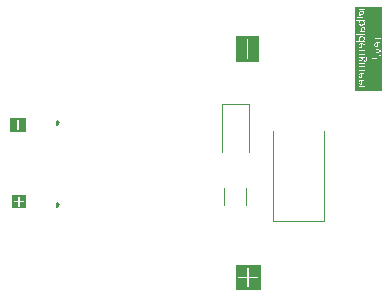
<source format=gbr>
%TF.GenerationSoftware,KiCad,Pcbnew,8.0.1*%
%TF.CreationDate,2024-04-06T18:31:26-05:00*%
%TF.ProjectId,Banana to Screw Terminal,42616e61-6e61-4207-946f-205363726577,2*%
%TF.SameCoordinates,Original*%
%TF.FileFunction,Legend,Bot*%
%TF.FilePolarity,Positive*%
%FSLAX46Y46*%
G04 Gerber Fmt 4.6, Leading zero omitted, Abs format (unit mm)*
G04 Created by KiCad (PCBNEW 8.0.1) date 2024-04-06 18:31:26*
%MOMM*%
%LPD*%
G01*
G04 APERTURE LIST*
%ADD10C,0.150000*%
%ADD11C,0.120000*%
G04 APERTURE END LIST*
G36*
X127750000Y-95650000D02*
G01*
X129050000Y-95650000D01*
X129050000Y-95750000D01*
X127750000Y-95750000D01*
X127750000Y-95650000D01*
G37*
G36*
X127750000Y-96750000D02*
G01*
X129050000Y-96750000D01*
X129050000Y-96850000D01*
X127750000Y-96850000D01*
X127750000Y-96750000D01*
G37*
D10*
X131725000Y-95925000D02*
X131725000Y-96275000D01*
X131725000Y-95950000D02*
X131725000Y-95925000D01*
X131725000Y-103175000D02*
X131900000Y-103000000D01*
X131725000Y-96275000D02*
X131900000Y-96100000D01*
X131725000Y-95925000D02*
X131900000Y-96100000D01*
X131725000Y-102825000D02*
X131725000Y-103175000D01*
G36*
X127750000Y-95675000D02*
G01*
X128200000Y-95675000D01*
X128200000Y-96825000D01*
X127750000Y-96825000D01*
X127750000Y-95675000D01*
G37*
G36*
X146850000Y-88750000D02*
G01*
X147550000Y-88750000D01*
X147550000Y-90900000D01*
X146850000Y-90900000D01*
X146850000Y-88750000D01*
G37*
G36*
X128550000Y-95675000D02*
G01*
X129050000Y-95675000D01*
X129050000Y-96825000D01*
X128550000Y-96825000D01*
X128550000Y-95675000D01*
G37*
X131725000Y-102850000D02*
X131725000Y-102825000D01*
G36*
X148100000Y-88750000D02*
G01*
X148800000Y-88750000D01*
X148800000Y-90900000D01*
X148100000Y-90900000D01*
X148100000Y-88750000D01*
G37*
G36*
X146850000Y-90700000D02*
G01*
X148750000Y-90700000D01*
X148750000Y-90900000D01*
X146850000Y-90900000D01*
X146850000Y-90700000D01*
G37*
G36*
X146850000Y-88750000D02*
G01*
X148750000Y-88750000D01*
X148750000Y-88950000D01*
X146850000Y-88950000D01*
X146850000Y-88750000D01*
G37*
X131725000Y-102825000D02*
X131900000Y-103000000D01*
G36*
X148958601Y-110215724D02*
G01*
X146843230Y-110215724D01*
X146843230Y-109172670D01*
X147065452Y-109172670D01*
X147076651Y-109199706D01*
X147097343Y-109220398D01*
X147124379Y-109231597D01*
X147139011Y-109233038D01*
X147826698Y-109232393D01*
X147827356Y-109934575D01*
X147838555Y-109961611D01*
X147859247Y-109982303D01*
X147886283Y-109993502D01*
X147915547Y-109993502D01*
X147942583Y-109982303D01*
X147963275Y-109961611D01*
X147974474Y-109934575D01*
X147975915Y-109919943D01*
X147975270Y-109232254D01*
X148677452Y-109231597D01*
X148704488Y-109220398D01*
X148725180Y-109199706D01*
X148736379Y-109172670D01*
X148736379Y-109143406D01*
X148725180Y-109116370D01*
X148704488Y-109095678D01*
X148677452Y-109084479D01*
X148662820Y-109083038D01*
X147975131Y-109083682D01*
X147974474Y-108381501D01*
X147963275Y-108354465D01*
X147942583Y-108333773D01*
X147915547Y-108322574D01*
X147886283Y-108322574D01*
X147859247Y-108333773D01*
X147838555Y-108354465D01*
X147827356Y-108381501D01*
X147825915Y-108396133D01*
X147826559Y-109083821D01*
X147124379Y-109084479D01*
X147097343Y-109095678D01*
X147076651Y-109116370D01*
X147065452Y-109143406D01*
X147065452Y-109172670D01*
X146843230Y-109172670D01*
X146843230Y-108100352D01*
X148958601Y-108100352D01*
X148958601Y-110215724D01*
G37*
G36*
X148136288Y-90881506D02*
G01*
X147541844Y-90881506D01*
X147541844Y-89061916D01*
X147764066Y-89061916D01*
X147765507Y-90600357D01*
X147776706Y-90627393D01*
X147797398Y-90648085D01*
X147824434Y-90659284D01*
X147853698Y-90659284D01*
X147880734Y-90648085D01*
X147901426Y-90627393D01*
X147912625Y-90600357D01*
X147914066Y-90585725D01*
X147912625Y-89047284D01*
X147901426Y-89020248D01*
X147880734Y-88999556D01*
X147853698Y-88988357D01*
X147824434Y-88988357D01*
X147797398Y-88999556D01*
X147776706Y-89020248D01*
X147765507Y-89047284D01*
X147764066Y-89061916D01*
X147541844Y-89061916D01*
X147541844Y-88766135D01*
X148136288Y-88766135D01*
X148136288Y-90881506D01*
G37*
G36*
X157452990Y-92752936D02*
G01*
X157413804Y-92750619D01*
X157374237Y-92738822D01*
X157347477Y-92721477D01*
X157322681Y-92689167D01*
X157311012Y-92649898D01*
X157309180Y-92622803D01*
X157314313Y-92582311D01*
X157321099Y-92563989D01*
X157343374Y-92530687D01*
X157352752Y-92521589D01*
X157385799Y-92500376D01*
X157398475Y-92495210D01*
X157437144Y-92486148D01*
X157452990Y-92484855D01*
X157452990Y-92752936D01*
G37*
G36*
X157452990Y-92195671D02*
G01*
X157413804Y-92193355D01*
X157374237Y-92181558D01*
X157347477Y-92164213D01*
X157322681Y-92131903D01*
X157311012Y-92092633D01*
X157309180Y-92065538D01*
X157314313Y-92025047D01*
X157321099Y-92006725D01*
X157343374Y-91973422D01*
X157352752Y-91964324D01*
X157385799Y-91943112D01*
X157398475Y-91937946D01*
X157437144Y-91928883D01*
X157452990Y-91927590D01*
X157452990Y-92195671D01*
G37*
G36*
X157868764Y-90541515D02*
G01*
X157884811Y-90563543D01*
X157897367Y-90600803D01*
X157902532Y-90641433D01*
X157903178Y-90664757D01*
X157900917Y-90704757D01*
X157895167Y-90733731D01*
X157879735Y-90770525D01*
X157874260Y-90778476D01*
X157844169Y-90802901D01*
X157808803Y-90810326D01*
X157770950Y-90796800D01*
X157760150Y-90784143D01*
X157745379Y-90746739D01*
X157741782Y-90713605D01*
X157737484Y-90585622D01*
X157763471Y-90556704D01*
X157786723Y-90538923D01*
X157808803Y-90529739D01*
X157831273Y-90527395D01*
X157868764Y-90541515D01*
G37*
G36*
X157454472Y-90560456D02*
G01*
X157488747Y-90582105D01*
X157509634Y-90617872D01*
X157515490Y-90656767D01*
X157515516Y-90659872D01*
X157510098Y-90698728D01*
X157507309Y-90706376D01*
X157484644Y-90739202D01*
X157451231Y-90758351D01*
X157411762Y-90764799D01*
X157371055Y-90758702D01*
X157336339Y-90737053D01*
X157315969Y-90703445D01*
X157309286Y-90664421D01*
X157309180Y-90658113D01*
X157315161Y-90618469D01*
X157317581Y-90612196D01*
X157340833Y-90579760D01*
X157374832Y-90560612D01*
X157413583Y-90554365D01*
X157414888Y-90554359D01*
X157454472Y-90560456D01*
G37*
G36*
X157452990Y-89678211D02*
G01*
X157413804Y-89675895D01*
X157374237Y-89664098D01*
X157347477Y-89646753D01*
X157322681Y-89614443D01*
X157311012Y-89575173D01*
X157309180Y-89548079D01*
X157314313Y-89507587D01*
X157321099Y-89489265D01*
X157343374Y-89455962D01*
X157352752Y-89446864D01*
X157385799Y-89425652D01*
X157398475Y-89420486D01*
X157437144Y-89411423D01*
X157452990Y-89410130D01*
X157452990Y-89678211D01*
G37*
G36*
X158796990Y-89578952D02*
G01*
X158757804Y-89576635D01*
X158718237Y-89564838D01*
X158691477Y-89547493D01*
X158666681Y-89515183D01*
X158655012Y-89475914D01*
X158653180Y-89448819D01*
X158658313Y-89408327D01*
X158665099Y-89390005D01*
X158687374Y-89356703D01*
X158696752Y-89347605D01*
X158729799Y-89326392D01*
X158742475Y-89321227D01*
X158781144Y-89312164D01*
X158796990Y-89310871D01*
X158796990Y-89578952D01*
G37*
G36*
X157548316Y-88823202D02*
G01*
X157582732Y-88827269D01*
X157620925Y-88836522D01*
X157647212Y-88847395D01*
X157679345Y-88870155D01*
X157692348Y-88885301D01*
X157707338Y-88921549D01*
X157709347Y-88944701D01*
X157704462Y-88979481D01*
X157687658Y-89013871D01*
X157662867Y-89044659D01*
X157657177Y-89050605D01*
X157627321Y-89078219D01*
X157611064Y-89091442D01*
X157410785Y-89091442D01*
X157379012Y-89064102D01*
X157351599Y-89035290D01*
X157339856Y-89020123D01*
X157321538Y-88985148D01*
X157315432Y-88948609D01*
X157321996Y-88909255D01*
X157332236Y-88889600D01*
X157360152Y-88860710D01*
X157376200Y-88850326D01*
X157413218Y-88834725D01*
X157438140Y-88828441D01*
X157477419Y-88822912D01*
X157508482Y-88821603D01*
X157548316Y-88823202D01*
G37*
G36*
X157671812Y-88034372D02*
G01*
X157692934Y-88050186D01*
X157711859Y-88086078D01*
X157715600Y-88118574D01*
X157709262Y-88159176D01*
X157697623Y-88184813D01*
X157672912Y-88218082D01*
X157644445Y-88246805D01*
X157642131Y-88248902D01*
X157537400Y-88248902D01*
X157537400Y-88171330D01*
X157539673Y-88130457D01*
X157543848Y-88106460D01*
X157557315Y-88069322D01*
X157562411Y-88060933D01*
X157592110Y-88034164D01*
X157630376Y-88025770D01*
X157631775Y-88025762D01*
X157671812Y-88034372D01*
G37*
G36*
X157645768Y-87496139D02*
G01*
X157673181Y-87524969D01*
X157684923Y-87540012D01*
X157703241Y-87574743D01*
X157709347Y-87610940D01*
X157702783Y-87649622D01*
X157692543Y-87669167D01*
X157664358Y-87698141D01*
X157648189Y-87708441D01*
X157610987Y-87724042D01*
X157586249Y-87730326D01*
X157547251Y-87736013D01*
X157516493Y-87737360D01*
X157476201Y-87735705D01*
X157441657Y-87731498D01*
X157403429Y-87722341D01*
X157377372Y-87711372D01*
X157345411Y-87688612D01*
X157332431Y-87673466D01*
X157317092Y-87635685D01*
X157315432Y-87614848D01*
X157320512Y-87580067D01*
X157337316Y-87545483D01*
X157361969Y-87514833D01*
X157367602Y-87508944D01*
X157397559Y-87481683D01*
X157414106Y-87468497D01*
X157613995Y-87468497D01*
X157645768Y-87496139D01*
G37*
G36*
X157568616Y-86671370D02*
G01*
X157590938Y-86681254D01*
X157611403Y-86716435D01*
X157612431Y-86730688D01*
X157608133Y-86757457D01*
X157594455Y-86786571D01*
X157571344Y-86818129D01*
X157570422Y-86819202D01*
X157543693Y-86848521D01*
X157535055Y-86857499D01*
X157393004Y-86883878D01*
X157360834Y-86861333D01*
X157340052Y-86840891D01*
X157322833Y-86804657D01*
X157321685Y-86791065D01*
X157330832Y-86752806D01*
X157332822Y-86749251D01*
X157359178Y-86718568D01*
X157361350Y-86716815D01*
X157395373Y-86696021D01*
X157400819Y-86693564D01*
X157438913Y-86679911D01*
X157446151Y-86677932D01*
X157485602Y-86670025D01*
X157491092Y-86669335D01*
X157529584Y-86666795D01*
X157568616Y-86671370D01*
G37*
G36*
X159220394Y-93357470D02*
G01*
X156923291Y-93357470D01*
X156923291Y-93196481D01*
X157237274Y-93196481D01*
X157238056Y-93212698D01*
X157240987Y-93231651D01*
X157245872Y-93249432D01*
X157251343Y-93260765D01*
X157256618Y-93265064D01*
X157262871Y-93267018D01*
X157273813Y-93268190D01*
X157293548Y-93268581D01*
X157313674Y-93267995D01*
X157326374Y-93265650D01*
X157333408Y-93261547D01*
X157335949Y-93254708D01*
X157333408Y-93243961D01*
X157328524Y-93229698D01*
X157323834Y-93211917D01*
X157321685Y-93190423D01*
X157327547Y-93163459D01*
X157346500Y-93135713D01*
X157376142Y-93109213D01*
X157381475Y-93105231D01*
X157414234Y-93082944D01*
X157434818Y-93070060D01*
X157758000Y-93070060D01*
X157765425Y-93067911D01*
X157770701Y-93060681D01*
X157774023Y-93047004D01*
X157775000Y-93024534D01*
X157774023Y-93002454D01*
X157770701Y-92988386D01*
X157765425Y-92981351D01*
X157758000Y-92979397D01*
X157266779Y-92979397D01*
X157259354Y-92980961D01*
X157253883Y-92987604D01*
X157250561Y-93000305D01*
X157249780Y-93020626D01*
X157250561Y-93040751D01*
X157253883Y-93053061D01*
X157259354Y-93059314D01*
X157266779Y-93061268D01*
X157338293Y-93061268D01*
X157305533Y-93084503D01*
X157287882Y-93099370D01*
X157260890Y-93128174D01*
X157257205Y-93133173D01*
X157241573Y-93164827D01*
X157237274Y-93196481D01*
X156923291Y-93196481D01*
X156923291Y-92626711D01*
X157237274Y-92626711D01*
X157239885Y-92667936D01*
X157248604Y-92707077D01*
X157255837Y-92725776D01*
X157276030Y-92761024D01*
X157303721Y-92791524D01*
X157305662Y-92793187D01*
X157339661Y-92816048D01*
X157376504Y-92831092D01*
X157379131Y-92831875D01*
X157419986Y-92840710D01*
X157460442Y-92844076D01*
X157469403Y-92844185D01*
X157485621Y-92844185D01*
X157515907Y-92833438D01*
X157524895Y-92809014D01*
X157524895Y-92484855D01*
X157565732Y-92486906D01*
X157602271Y-92493061D01*
X157639733Y-92506664D01*
X157661475Y-92520416D01*
X157688908Y-92550686D01*
X157699382Y-92570437D01*
X157709968Y-92609496D01*
X157712473Y-92645859D01*
X157710260Y-92686770D01*
X157706807Y-92708386D01*
X157696813Y-92746902D01*
X157693715Y-92756062D01*
X157680819Y-92789083D01*
X157674958Y-92808623D01*
X157676912Y-92815266D01*
X157682773Y-92819956D01*
X157693715Y-92822496D01*
X157710715Y-92823277D01*
X157723415Y-92822691D01*
X157732990Y-92821324D01*
X157740415Y-92818588D01*
X157746863Y-92813703D01*
X157757023Y-92795922D01*
X157770090Y-92758899D01*
X157770505Y-92757430D01*
X157779518Y-92717789D01*
X157782229Y-92702719D01*
X157786763Y-92662282D01*
X157787505Y-92636481D01*
X157785473Y-92596346D01*
X157778622Y-92556619D01*
X157770310Y-92529600D01*
X157751952Y-92492227D01*
X157727311Y-92460464D01*
X157719117Y-92452419D01*
X157686077Y-92427981D01*
X157649503Y-92410513D01*
X157633925Y-92405134D01*
X157593194Y-92395489D01*
X157551754Y-92390559D01*
X157514930Y-92389307D01*
X157472147Y-92391246D01*
X157432457Y-92397065D01*
X157399061Y-92405720D01*
X157362571Y-92420091D01*
X157328002Y-92440310D01*
X157311524Y-92453201D01*
X157283282Y-92482853D01*
X157261473Y-92517443D01*
X157256423Y-92528232D01*
X157244025Y-92565694D01*
X157237948Y-92606639D01*
X157237405Y-92622803D01*
X157237274Y-92626711D01*
X156923291Y-92626711D01*
X156923291Y-92069446D01*
X157237274Y-92069446D01*
X157239885Y-92110671D01*
X157248604Y-92149813D01*
X157255837Y-92168511D01*
X157276030Y-92203759D01*
X157303721Y-92234259D01*
X157305662Y-92235922D01*
X157339661Y-92258783D01*
X157376504Y-92273827D01*
X157379131Y-92274610D01*
X157419986Y-92283446D01*
X157460442Y-92286812D01*
X157469403Y-92286920D01*
X157485621Y-92286920D01*
X157515907Y-92276173D01*
X157524895Y-92251749D01*
X157524895Y-91927590D01*
X157565732Y-91929642D01*
X157602271Y-91935797D01*
X157639733Y-91949399D01*
X157661475Y-91963152D01*
X157688908Y-91993422D01*
X157699382Y-92013173D01*
X157709968Y-92052232D01*
X157712473Y-92088595D01*
X157710260Y-92129506D01*
X157706807Y-92151121D01*
X157696813Y-92189637D01*
X157693715Y-92198797D01*
X157680819Y-92231819D01*
X157674958Y-92251358D01*
X157676912Y-92258002D01*
X157682773Y-92262691D01*
X157693715Y-92265231D01*
X157710715Y-92266013D01*
X157723415Y-92265427D01*
X157732990Y-92264059D01*
X157740415Y-92261324D01*
X157746863Y-92256439D01*
X157757023Y-92238658D01*
X157770090Y-92201634D01*
X157770505Y-92200165D01*
X157779518Y-92160524D01*
X157782229Y-92145455D01*
X157786763Y-92105017D01*
X157787505Y-92079216D01*
X157785473Y-92039082D01*
X157778622Y-91999354D01*
X157770310Y-91972335D01*
X157751952Y-91934962D01*
X157727311Y-91903199D01*
X157719117Y-91895155D01*
X157686077Y-91870717D01*
X157649503Y-91853248D01*
X157633925Y-91847869D01*
X157593194Y-91838225D01*
X157551754Y-91833294D01*
X157514930Y-91832042D01*
X157472147Y-91833982D01*
X157432457Y-91839800D01*
X157399061Y-91848455D01*
X157362571Y-91862826D01*
X157328002Y-91883045D01*
X157311524Y-91895936D01*
X157283282Y-91925589D01*
X157261473Y-91960178D01*
X157256423Y-91970968D01*
X157244025Y-92008429D01*
X157237948Y-92049374D01*
X157237405Y-92065538D01*
X157237274Y-92069446D01*
X156923291Y-92069446D01*
X156923291Y-91525273D01*
X157237274Y-91525273D01*
X157240491Y-91565633D01*
X157252044Y-91604248D01*
X157254078Y-91608511D01*
X157276569Y-91642459D01*
X157299019Y-91663222D01*
X157333702Y-91682971D01*
X157364867Y-91693117D01*
X157403570Y-91699709D01*
X157445735Y-91702220D01*
X157455530Y-91702300D01*
X157758000Y-91702300D01*
X157765425Y-91700151D01*
X157770701Y-91692922D01*
X157774023Y-91679244D01*
X157775000Y-91657164D01*
X157774023Y-91634694D01*
X157770701Y-91620821D01*
X157765425Y-91613787D01*
X157757805Y-91611638D01*
X157467058Y-91611638D01*
X157426695Y-91609763D01*
X157398866Y-91604994D01*
X157361409Y-91590200D01*
X157354120Y-91585650D01*
X157327343Y-91556726D01*
X157325397Y-91553019D01*
X157315675Y-91514797D01*
X157315432Y-91506711D01*
X157323098Y-91468304D01*
X157339661Y-91438518D01*
X157365200Y-91408096D01*
X157393996Y-91380949D01*
X157410785Y-91367004D01*
X157757805Y-91367004D01*
X157765425Y-91364855D01*
X157770701Y-91357625D01*
X157774023Y-91343947D01*
X157775000Y-91321477D01*
X157774023Y-91299397D01*
X157770701Y-91285329D01*
X157765425Y-91278295D01*
X157758000Y-91276341D01*
X157266779Y-91276341D01*
X157259354Y-91277904D01*
X157253883Y-91284548D01*
X157250561Y-91297248D01*
X157249780Y-91317569D01*
X157250561Y-91337695D01*
X157253883Y-91350005D01*
X157259354Y-91356257D01*
X157266779Y-91358211D01*
X157331650Y-91358211D01*
X157301160Y-91386912D01*
X157274956Y-91418117D01*
X157260136Y-91441449D01*
X157244508Y-91477978D01*
X157237475Y-91517365D01*
X157237274Y-91525273D01*
X156923291Y-91525273D01*
X156923291Y-91065706D01*
X157040317Y-91065706D01*
X157047798Y-91104175D01*
X157051650Y-91109279D01*
X157090588Y-91121151D01*
X157094441Y-91121198D01*
X157133099Y-91113200D01*
X157138210Y-91109083D01*
X157149636Y-91070437D01*
X157149728Y-91065120D01*
X157249780Y-91065120D01*
X157250952Y-91087590D01*
X157254274Y-91101268D01*
X157259745Y-91108497D01*
X157266779Y-91110647D01*
X157758000Y-91110647D01*
X157765425Y-91108497D01*
X157770701Y-91101268D01*
X157774023Y-91087590D01*
X157775000Y-91065120D01*
X157774023Y-91043040D01*
X157770701Y-91028972D01*
X157765425Y-91021938D01*
X157758000Y-91019984D01*
X157266779Y-91019984D01*
X157259745Y-91021938D01*
X157254274Y-91028972D01*
X157250952Y-91043040D01*
X157249780Y-91065120D01*
X157149728Y-91065120D01*
X157149738Y-91064534D01*
X157142256Y-91025936D01*
X157138405Y-91020765D01*
X157099467Y-91009087D01*
X157095614Y-91009042D01*
X157057085Y-91017039D01*
X157052041Y-91021156D01*
X157040420Y-91059803D01*
X157040317Y-91065706D01*
X156923291Y-91065706D01*
X156923291Y-90659872D01*
X157237274Y-90659872D01*
X157240194Y-90699428D01*
X157240596Y-90701882D01*
X157249780Y-90738421D01*
X157249780Y-90887897D01*
X157259159Y-90901770D01*
X157287491Y-90906460D01*
X157316018Y-90901184D01*
X157324811Y-90887897D01*
X157324811Y-90816969D01*
X157356920Y-90840475D01*
X157365062Y-90843738D01*
X157403573Y-90851363D01*
X157410980Y-90851554D01*
X157450938Y-90848086D01*
X157486011Y-90837681D01*
X157521084Y-90817237D01*
X157541113Y-90798407D01*
X157564076Y-90764798D01*
X157575502Y-90737834D01*
X157584802Y-90698314D01*
X157587421Y-90659872D01*
X157583727Y-90619614D01*
X157579605Y-90602231D01*
X157564007Y-90566222D01*
X157559675Y-90560221D01*
X157583513Y-90544003D01*
X157614190Y-90537751D01*
X157647993Y-90555531D01*
X157659063Y-90585622D01*
X157661587Y-90592482D01*
X157662452Y-90603208D01*
X157667923Y-90732363D01*
X157671777Y-90771773D01*
X157678279Y-90799774D01*
X157693699Y-90836676D01*
X157704462Y-90853117D01*
X157732936Y-90880450D01*
X157746277Y-90888288D01*
X157784007Y-90899748D01*
X157803722Y-90900989D01*
X157843552Y-90895960D01*
X157869375Y-90886725D01*
X157903744Y-90864414D01*
X157924085Y-90842956D01*
X157945237Y-90809544D01*
X157960541Y-90770767D01*
X157961406Y-90767925D01*
X157970261Y-90728193D01*
X157974429Y-90686652D01*
X157975083Y-90660263D01*
X157973627Y-90617893D01*
X157968763Y-90577573D01*
X157964727Y-90558267D01*
X157952662Y-90520019D01*
X157937897Y-90491443D01*
X158393696Y-90491443D01*
X158396115Y-90531227D01*
X158404916Y-90571841D01*
X158408351Y-90581715D01*
X158425692Y-90617228D01*
X158448406Y-90646000D01*
X158479641Y-90670716D01*
X158507611Y-90684297D01*
X158546842Y-90694567D01*
X158579321Y-90696998D01*
X158620089Y-90694862D01*
X158647904Y-90690940D01*
X158685627Y-90680700D01*
X158721568Y-90665344D01*
X158757861Y-90644918D01*
X158791768Y-90622112D01*
X158809690Y-90608875D01*
X158841408Y-90583550D01*
X158872400Y-90556711D01*
X158901896Y-90529637D01*
X158921260Y-90511178D01*
X159037715Y-90398631D01*
X159037715Y-90707940D01*
X159040256Y-90716537D01*
X159047876Y-90723571D01*
X159060381Y-90728065D01*
X159077771Y-90729433D01*
X159095552Y-90728065D01*
X159108644Y-90724157D01*
X159116459Y-90717514D01*
X159119000Y-90708526D01*
X159119000Y-90315588D01*
X159117046Y-90302106D01*
X159110793Y-90292141D01*
X159097897Y-90286083D01*
X159077381Y-90284325D01*
X159058036Y-90285106D01*
X159043187Y-90288624D01*
X159030486Y-90295462D01*
X159016808Y-90306209D01*
X158872217Y-90444157D01*
X158841270Y-90472207D01*
X158809654Y-90498742D01*
X158780577Y-90520752D01*
X158746399Y-90543512D01*
X158710727Y-90563296D01*
X158706522Y-90565302D01*
X158669049Y-90580076D01*
X158645950Y-90585818D01*
X158606896Y-90590581D01*
X158594757Y-90590899D01*
X158555327Y-90584915D01*
X158550011Y-90583083D01*
X158515902Y-90563494D01*
X158512886Y-90560808D01*
X158489302Y-90528342D01*
X158487485Y-90524269D01*
X158478555Y-90486020D01*
X158478106Y-90473857D01*
X158482152Y-90434595D01*
X158488462Y-90413676D01*
X158504985Y-90377442D01*
X158510933Y-90366977D01*
X158532754Y-90334218D01*
X158533403Y-90333369D01*
X158543759Y-90313439D01*
X158541414Y-90306404D01*
X158533989Y-90301520D01*
X158520116Y-90298393D01*
X158499404Y-90297416D01*
X158484359Y-90298003D01*
X158473417Y-90299956D01*
X158464819Y-90303474D01*
X158454659Y-90312266D01*
X158438246Y-90335127D01*
X158419603Y-90371262D01*
X158417729Y-90375769D01*
X158404840Y-90413403D01*
X158400730Y-90429503D01*
X158394527Y-90469490D01*
X158393696Y-90491443D01*
X157937897Y-90491443D01*
X157936786Y-90489293D01*
X157909281Y-90459412D01*
X157894581Y-90450409D01*
X157856969Y-90439253D01*
X157841043Y-90438295D01*
X157805676Y-90442594D01*
X157773046Y-90456076D01*
X157743346Y-90478742D01*
X157716271Y-90508714D01*
X157715404Y-90509809D01*
X157691165Y-90478316D01*
X157679647Y-90469949D01*
X157642081Y-90457506D01*
X157632752Y-90457053D01*
X157592346Y-90462396D01*
X157570812Y-90470730D01*
X157537349Y-90491543D01*
X157521769Y-90504729D01*
X157488722Y-90483187D01*
X157476437Y-90477765D01*
X157436699Y-90468949D01*
X157415279Y-90467995D01*
X157375662Y-90471561D01*
X157340443Y-90482259D01*
X157306412Y-90501768D01*
X157284560Y-90521728D01*
X157261201Y-90555405D01*
X157249584Y-90582496D01*
X157239979Y-90622045D01*
X157237400Y-90658113D01*
X157237274Y-90659872D01*
X156923291Y-90659872D01*
X156923291Y-90153605D01*
X157237274Y-90153605D01*
X157240491Y-90193965D01*
X157252044Y-90232580D01*
X157254078Y-90236843D01*
X157276569Y-90270792D01*
X157299019Y-90291554D01*
X157333702Y-90311303D01*
X157364867Y-90321449D01*
X157403570Y-90328041D01*
X157445735Y-90330552D01*
X157455530Y-90330633D01*
X157758000Y-90330633D01*
X157765425Y-90328483D01*
X157770701Y-90321254D01*
X157774023Y-90307576D01*
X157775000Y-90285497D01*
X157774023Y-90263026D01*
X157770701Y-90249153D01*
X157765425Y-90242119D01*
X157757805Y-90239970D01*
X157467058Y-90239970D01*
X157426695Y-90238095D01*
X157398866Y-90233326D01*
X157361409Y-90218532D01*
X157354120Y-90213982D01*
X157327343Y-90185058D01*
X157325397Y-90181351D01*
X157320775Y-90163180D01*
X158593780Y-90163180D01*
X158594366Y-90184088D01*
X158597101Y-90196984D01*
X158602377Y-90203627D01*
X158609607Y-90205581D01*
X158614296Y-90205190D01*
X158619376Y-90204409D01*
X158625434Y-90203041D01*
X158632468Y-90201087D01*
X159099265Y-90032462D01*
X159109230Y-90026600D01*
X159115287Y-90015853D01*
X159118218Y-89997877D01*
X159119000Y-89970326D01*
X159118023Y-89942776D01*
X159114701Y-89924995D01*
X159108644Y-89914248D01*
X159099265Y-89908191D01*
X158632468Y-89740152D01*
X158621135Y-89736439D01*
X158613710Y-89734876D01*
X158609607Y-89734681D01*
X158601986Y-89736830D01*
X158596906Y-89744255D01*
X158594366Y-89757933D01*
X158593780Y-89779035D01*
X158594561Y-89804632D01*
X158597688Y-89819482D01*
X158603159Y-89827102D01*
X158611170Y-89831792D01*
X159016222Y-89971499D01*
X159022866Y-89973648D01*
X159016222Y-89975407D01*
X158611170Y-90113160D01*
X158603159Y-90117067D01*
X158597688Y-90125079D01*
X158594561Y-90139342D01*
X158593780Y-90163180D01*
X157320775Y-90163180D01*
X157315675Y-90143129D01*
X157315432Y-90135043D01*
X157323098Y-90096637D01*
X157339661Y-90066850D01*
X157365200Y-90036428D01*
X157393996Y-90009281D01*
X157410785Y-89995336D01*
X157757805Y-89995336D01*
X157765425Y-89993187D01*
X157770701Y-89985957D01*
X157774023Y-89972280D01*
X157775000Y-89949809D01*
X157774023Y-89927730D01*
X157770701Y-89913661D01*
X157765425Y-89906627D01*
X157758000Y-89904673D01*
X157266779Y-89904673D01*
X157259354Y-89906236D01*
X157253883Y-89912880D01*
X157250561Y-89925580D01*
X157249780Y-89945901D01*
X157250561Y-89966027D01*
X157253883Y-89978337D01*
X157259354Y-89984589D01*
X157266779Y-89986543D01*
X157331650Y-89986543D01*
X157301160Y-90015245D01*
X157274956Y-90046450D01*
X157260136Y-90069781D01*
X157244508Y-90106310D01*
X157237475Y-90145697D01*
X157237274Y-90153605D01*
X156923291Y-90153605D01*
X156923291Y-89551986D01*
X157237274Y-89551986D01*
X157239885Y-89593212D01*
X157248604Y-89632353D01*
X157255837Y-89651051D01*
X157276030Y-89686300D01*
X157303721Y-89716799D01*
X157305662Y-89718462D01*
X157339661Y-89741324D01*
X157376504Y-89756367D01*
X157379131Y-89757150D01*
X157419986Y-89765986D01*
X157460442Y-89769352D01*
X157469403Y-89769460D01*
X157485621Y-89769460D01*
X157515907Y-89758714D01*
X157524895Y-89734289D01*
X157524895Y-89410130D01*
X157565732Y-89412182D01*
X157602271Y-89418337D01*
X157639733Y-89431940D01*
X157661475Y-89445692D01*
X157688908Y-89475962D01*
X157699382Y-89495713D01*
X157709968Y-89534772D01*
X157712473Y-89571135D01*
X157710260Y-89612046D01*
X157706807Y-89633661D01*
X157696813Y-89672177D01*
X157693715Y-89681337D01*
X157680819Y-89714359D01*
X157674958Y-89733899D01*
X157676912Y-89740542D01*
X157682773Y-89745231D01*
X157693715Y-89747772D01*
X157710715Y-89748553D01*
X157723415Y-89747967D01*
X157732990Y-89746599D01*
X157740415Y-89743864D01*
X157746863Y-89738979D01*
X157757023Y-89721198D01*
X157770090Y-89684174D01*
X157770505Y-89682705D01*
X157779518Y-89643065D01*
X157782229Y-89627995D01*
X157786763Y-89587557D01*
X157787505Y-89561756D01*
X157785473Y-89521622D01*
X157778622Y-89481894D01*
X157770310Y-89454875D01*
X157769255Y-89452727D01*
X158581274Y-89452727D01*
X158583885Y-89493952D01*
X158592604Y-89533093D01*
X158599837Y-89551792D01*
X158620030Y-89587040D01*
X158647721Y-89617540D01*
X158649662Y-89619203D01*
X158683661Y-89642064D01*
X158720504Y-89657108D01*
X158723131Y-89657891D01*
X158763986Y-89666727D01*
X158804442Y-89670093D01*
X158813403Y-89670201D01*
X158829621Y-89670201D01*
X158859907Y-89659454D01*
X158868895Y-89635030D01*
X158868895Y-89310871D01*
X158909732Y-89312922D01*
X158946271Y-89319077D01*
X158983733Y-89332680D01*
X159005475Y-89346432D01*
X159032908Y-89376702D01*
X159043382Y-89396453D01*
X159053968Y-89435512D01*
X159056473Y-89471876D01*
X159054260Y-89512786D01*
X159050807Y-89534402D01*
X159040813Y-89572918D01*
X159037715Y-89582078D01*
X159024819Y-89615100D01*
X159018958Y-89634639D01*
X159020912Y-89641282D01*
X159026773Y-89645972D01*
X159037715Y-89648512D01*
X159054715Y-89649294D01*
X159067415Y-89648707D01*
X159076990Y-89647340D01*
X159084415Y-89644604D01*
X159090863Y-89639719D01*
X159101023Y-89621938D01*
X159114090Y-89584915D01*
X159114505Y-89583446D01*
X159123518Y-89543805D01*
X159126229Y-89528735D01*
X159130763Y-89488298D01*
X159131505Y-89462497D01*
X159129473Y-89422362D01*
X159122622Y-89382635D01*
X159114310Y-89355616D01*
X159095952Y-89318243D01*
X159071311Y-89286480D01*
X159063117Y-89278435D01*
X159030077Y-89253997D01*
X158993503Y-89236529D01*
X158977925Y-89231150D01*
X158937194Y-89221505D01*
X158895754Y-89216575D01*
X158858930Y-89215323D01*
X158816147Y-89217262D01*
X158776457Y-89223081D01*
X158743061Y-89231736D01*
X158706571Y-89246107D01*
X158672002Y-89266326D01*
X158655524Y-89279217D01*
X158627282Y-89308869D01*
X158605473Y-89343459D01*
X158600423Y-89354248D01*
X158588025Y-89391710D01*
X158581948Y-89432655D01*
X158581405Y-89448819D01*
X158581274Y-89452727D01*
X157769255Y-89452727D01*
X157751952Y-89417503D01*
X157727311Y-89385740D01*
X157719117Y-89377695D01*
X157686077Y-89353257D01*
X157649503Y-89335788D01*
X157633925Y-89330409D01*
X157593194Y-89320765D01*
X157551754Y-89315834D01*
X157514930Y-89314582D01*
X157472147Y-89316522D01*
X157432457Y-89322340D01*
X157399061Y-89330996D01*
X157362571Y-89345366D01*
X157328002Y-89365585D01*
X157311524Y-89378476D01*
X157283282Y-89408129D01*
X157261473Y-89442718D01*
X157256423Y-89453508D01*
X157244025Y-89490970D01*
X157237948Y-89531914D01*
X157237405Y-89548079D01*
X157237274Y-89551986D01*
X156923291Y-89551986D01*
X156923291Y-89136578D01*
X157012180Y-89136578D01*
X157013548Y-89159049D01*
X157016870Y-89172726D01*
X157022341Y-89180151D01*
X157029766Y-89182691D01*
X157758000Y-89182691D01*
X157765816Y-89180737D01*
X157770896Y-89174094D01*
X157774023Y-89161784D01*
X157775000Y-89143026D01*
X157774023Y-89123682D01*
X157771092Y-89111177D01*
X157766207Y-89103947D01*
X157758782Y-89101798D01*
X157696842Y-89101798D01*
X157708496Y-89090075D01*
X158581274Y-89090075D01*
X158582056Y-89106293D01*
X158584987Y-89125246D01*
X158589872Y-89143027D01*
X158595343Y-89154360D01*
X158600618Y-89158658D01*
X158606871Y-89160612D01*
X158617813Y-89161785D01*
X158637548Y-89162176D01*
X158657674Y-89161589D01*
X158670374Y-89159245D01*
X158677408Y-89155141D01*
X158679949Y-89148303D01*
X158677408Y-89137556D01*
X158672524Y-89123292D01*
X158667834Y-89105511D01*
X158665685Y-89084018D01*
X158671547Y-89057053D01*
X158690500Y-89029307D01*
X158720142Y-89002807D01*
X158725475Y-88998826D01*
X158758234Y-88976538D01*
X158778818Y-88963655D01*
X159102000Y-88963655D01*
X159109425Y-88961506D01*
X159114701Y-88954276D01*
X159118023Y-88940598D01*
X159119000Y-88918128D01*
X159118023Y-88896049D01*
X159114701Y-88881980D01*
X159109425Y-88874946D01*
X159102000Y-88872992D01*
X158610779Y-88872992D01*
X158603354Y-88874555D01*
X158597883Y-88881199D01*
X158594561Y-88893899D01*
X158593780Y-88914220D01*
X158594561Y-88934346D01*
X158597883Y-88946656D01*
X158603354Y-88952908D01*
X158610779Y-88954862D01*
X158682293Y-88954862D01*
X158649533Y-88978098D01*
X158631882Y-88992964D01*
X158604890Y-89021769D01*
X158601205Y-89026767D01*
X158585573Y-89058421D01*
X158581274Y-89090075D01*
X157708496Y-89090075D01*
X157726297Y-89072168D01*
X157752254Y-89039015D01*
X157763667Y-89020709D01*
X157779962Y-88982417D01*
X157787132Y-88941059D01*
X157787505Y-88928679D01*
X157783990Y-88887156D01*
X157772342Y-88848282D01*
X157766207Y-88835866D01*
X157742794Y-88803000D01*
X157712855Y-88776573D01*
X157708370Y-88773536D01*
X157671324Y-88753978D01*
X157631713Y-88740760D01*
X157622592Y-88738560D01*
X157581714Y-88731475D01*
X157542435Y-88728142D01*
X157518838Y-88727618D01*
X157479656Y-88728954D01*
X157439421Y-88733508D01*
X157402187Y-88741296D01*
X157362473Y-88754696D01*
X157325330Y-88773887D01*
X157313478Y-88781938D01*
X157282775Y-88810050D01*
X157259543Y-88843830D01*
X157257009Y-88848762D01*
X157243519Y-88885997D01*
X157237756Y-88924790D01*
X157237274Y-88940793D01*
X157238117Y-88948609D01*
X157241482Y-88979828D01*
X157255245Y-89017869D01*
X157256423Y-89020123D01*
X157278368Y-89053797D01*
X157306054Y-89084839D01*
X157312892Y-89091442D01*
X157029570Y-89091442D01*
X157022145Y-89093396D01*
X157016870Y-89100821D01*
X157013548Y-89114694D01*
X157012180Y-89136578D01*
X156923291Y-89136578D01*
X156923291Y-88547660D01*
X157012180Y-88547660D01*
X157013353Y-88570130D01*
X157016479Y-88583808D01*
X157021950Y-88591037D01*
X157029570Y-88593187D01*
X157758000Y-88593187D01*
X157765621Y-88591037D01*
X157770701Y-88583808D01*
X157774023Y-88570130D01*
X157775000Y-88547660D01*
X157774023Y-88525580D01*
X157770701Y-88511512D01*
X157765621Y-88504478D01*
X157758000Y-88502524D01*
X157029570Y-88502524D01*
X157021950Y-88504478D01*
X157016479Y-88511512D01*
X157013353Y-88525580D01*
X157012180Y-88547660D01*
X156923291Y-88547660D01*
X156923291Y-88143975D01*
X157237274Y-88143975D01*
X157239274Y-88184672D01*
X157246550Y-88225058D01*
X157249389Y-88234638D01*
X157265459Y-88270265D01*
X157284951Y-88295015D01*
X157316790Y-88317917D01*
X157343178Y-88328427D01*
X157383233Y-88336660D01*
X157424071Y-88338979D01*
X157758391Y-88338979D01*
X157768356Y-88334485D01*
X157773436Y-88322370D01*
X157775000Y-88300095D01*
X157773436Y-88277039D01*
X157768356Y-88264729D01*
X157758391Y-88261016D01*
X157708956Y-88261016D01*
X157736921Y-88231214D01*
X157759948Y-88198570D01*
X157765621Y-88188721D01*
X157781328Y-88150321D01*
X157787419Y-88109861D01*
X157787505Y-88104310D01*
X157784582Y-88065037D01*
X157777149Y-88033773D01*
X157760540Y-87997869D01*
X157747058Y-87979844D01*
X157715767Y-87953926D01*
X157698796Y-87945259D01*
X157659839Y-87934681D01*
X157633534Y-87932949D01*
X157593576Y-87937199D01*
X157559284Y-87949949D01*
X157527294Y-87973772D01*
X157507114Y-87998797D01*
X157488845Y-88034213D01*
X157476508Y-88073892D01*
X157475851Y-88076760D01*
X157469146Y-88116256D01*
X157465991Y-88156034D01*
X157465495Y-88180709D01*
X157465495Y-88248902D01*
X157427393Y-88248902D01*
X157387365Y-88245205D01*
X157377568Y-88242845D01*
X157342319Y-88224141D01*
X157341420Y-88223305D01*
X157320190Y-88189665D01*
X157319731Y-88188330D01*
X157312661Y-88148969D01*
X157312306Y-88135769D01*
X157315359Y-88096430D01*
X157320122Y-88075392D01*
X157333288Y-88037806D01*
X157337316Y-88028693D01*
X157354511Y-87995280D01*
X157362327Y-87975155D01*
X157360177Y-87967534D01*
X157353339Y-87961672D01*
X157341810Y-87958155D01*
X157326179Y-87957178D01*
X157303904Y-87958937D01*
X157288468Y-87968316D01*
X157271859Y-87993912D01*
X157256498Y-88031342D01*
X157255055Y-88035727D01*
X157244980Y-88073609D01*
X157242355Y-88087311D01*
X157237771Y-88126184D01*
X157237274Y-88143975D01*
X156923291Y-88143975D01*
X156923291Y-87422970D01*
X157012180Y-87422970D01*
X157013353Y-87445441D01*
X157016479Y-87459118D01*
X157021950Y-87466348D01*
X157029375Y-87468497D01*
X157319535Y-87468497D01*
X157291611Y-87498118D01*
X157281238Y-87511093D01*
X157259836Y-87544105D01*
X157256032Y-87551540D01*
X157242351Y-87588543D01*
X157241769Y-87591009D01*
X157239038Y-87614848D01*
X157237292Y-87630096D01*
X157237274Y-87632824D01*
X157240854Y-87674029D01*
X157252715Y-87712561D01*
X157258963Y-87724855D01*
X157282559Y-87757581D01*
X157312681Y-87783954D01*
X157317191Y-87786990D01*
X157354053Y-87806645D01*
X157393494Y-87819799D01*
X157402578Y-87821966D01*
X157443203Y-87829050D01*
X157482362Y-87832384D01*
X157505942Y-87832908D01*
X157545349Y-87831534D01*
X157585787Y-87826849D01*
X157623178Y-87818839D01*
X157662892Y-87805342D01*
X157700036Y-87785830D01*
X157711887Y-87777611D01*
X157742547Y-87749401D01*
X157765651Y-87715695D01*
X157768161Y-87710786D01*
X157782045Y-87671250D01*
X157787335Y-87629779D01*
X157787505Y-87620319D01*
X157783653Y-87580355D01*
X157782815Y-87576550D01*
X157768871Y-87539673D01*
X157767575Y-87537276D01*
X157744921Y-87503616D01*
X157741001Y-87498783D01*
X157714256Y-87470046D01*
X157701922Y-87458141D01*
X157758977Y-87458141D01*
X157766207Y-87455797D01*
X157771092Y-87448762D01*
X157774023Y-87436453D01*
X157775000Y-87417499D01*
X157774023Y-87398742D01*
X157770896Y-87386041D01*
X157765816Y-87379397D01*
X157758000Y-87377834D01*
X157029570Y-87377834D01*
X157021950Y-87379788D01*
X157016479Y-87386822D01*
X157013353Y-87400891D01*
X157012180Y-87422970D01*
X156923291Y-87422970D01*
X156923291Y-86853787D01*
X157049696Y-86853787D01*
X157051051Y-86897299D01*
X157055118Y-86937758D01*
X157062934Y-86979624D01*
X157071385Y-87009516D01*
X157086696Y-87048316D01*
X157105518Y-87082652D01*
X157130277Y-87115263D01*
X157132739Y-87117960D01*
X157161929Y-87144904D01*
X157195229Y-87166631D01*
X157229068Y-87181854D01*
X157269683Y-87193757D01*
X157309250Y-87200291D01*
X157351336Y-87202741D01*
X157355683Y-87202761D01*
X157395833Y-87201438D01*
X157432083Y-87198072D01*
X157472845Y-87191435D01*
X157507896Y-87182831D01*
X157545823Y-87169898D01*
X157577456Y-87155280D01*
X157611693Y-87133683D01*
X157634902Y-87113466D01*
X157660418Y-87081406D01*
X157673590Y-87056215D01*
X157684807Y-87016414D01*
X157687463Y-86981184D01*
X157682998Y-86941800D01*
X157682383Y-86939370D01*
X157667337Y-86905371D01*
X157641936Y-86880360D01*
X157605983Y-86866292D01*
X157633119Y-86836756D01*
X157643499Y-86823696D01*
X157664971Y-86790744D01*
X157668900Y-86783250D01*
X157682878Y-86745747D01*
X157683164Y-86744561D01*
X157687463Y-86707437D01*
X157683341Y-86668110D01*
X157682773Y-86665818D01*
X157669096Y-86633578D01*
X157647016Y-86609544D01*
X157617512Y-86593131D01*
X157581559Y-86583947D01*
X157541637Y-86581223D01*
X157538768Y-86581212D01*
X157497957Y-86583478D01*
X157485034Y-86584924D01*
X157446413Y-86591717D01*
X157422508Y-86597625D01*
X157384705Y-86610340D01*
X157359396Y-86621658D01*
X157325077Y-86642606D01*
X157304295Y-86659956D01*
X157278597Y-86690065D01*
X157264825Y-86714080D01*
X157252659Y-86752686D01*
X157249780Y-86787157D01*
X157250254Y-86791065D01*
X157253883Y-86820961D01*
X157266779Y-86852028D01*
X157288663Y-86880556D01*
X157318612Y-86907802D01*
X157319731Y-86908693D01*
X157271664Y-86918072D01*
X157260331Y-86927841D01*
X157256423Y-86956564D01*
X157257595Y-86973173D01*
X157260526Y-86983919D01*
X157265216Y-86989195D01*
X157271664Y-86989390D01*
X157522941Y-86940542D01*
X157562704Y-86937220D01*
X157590547Y-86944841D01*
X157611384Y-86979912D01*
X157612431Y-86994862D01*
X157602643Y-87033238D01*
X157601294Y-87035504D01*
X157574688Y-87064749D01*
X157571203Y-87067353D01*
X157536277Y-87086930D01*
X157527044Y-87090605D01*
X157489398Y-87102270D01*
X157473897Y-87105845D01*
X157434831Y-87112604D01*
X157416646Y-87114638D01*
X157377362Y-87117283D01*
X157360177Y-87117569D01*
X157319738Y-87115063D01*
X157281168Y-87107546D01*
X157270491Y-87104478D01*
X157232833Y-87088352D01*
X157199726Y-87064155D01*
X157195655Y-87060319D01*
X157169818Y-87028887D01*
X157150380Y-86992400D01*
X157144071Y-86976494D01*
X157133058Y-86937330D01*
X157127013Y-86896236D01*
X157124803Y-86854781D01*
X157124727Y-86844994D01*
X157126120Y-86805843D01*
X157130870Y-86765994D01*
X157138991Y-86729516D01*
X157152131Y-86690397D01*
X157170104Y-86652741D01*
X157177484Y-86640416D01*
X157201830Y-86606734D01*
X157229439Y-86577860D01*
X157233367Y-86574373D01*
X157266046Y-86549118D01*
X157300778Y-86528065D01*
X157336926Y-86510968D01*
X157373855Y-86497583D01*
X157412791Y-86486878D01*
X157445956Y-86479998D01*
X157485647Y-86474251D01*
X157511217Y-86471986D01*
X157550290Y-86470187D01*
X157562997Y-86470033D01*
X157603416Y-86471695D01*
X157644719Y-86477300D01*
X157673785Y-86484101D01*
X157712329Y-86498917D01*
X157746357Y-86520506D01*
X157760540Y-86532754D01*
X157787519Y-86564756D01*
X157807614Y-86601223D01*
X157817205Y-86625566D01*
X157827921Y-86665000D01*
X157834172Y-86705483D01*
X157837030Y-86745438D01*
X157837526Y-86772307D01*
X157836368Y-86812869D01*
X157833422Y-86844994D01*
X157828041Y-86883863D01*
X157825020Y-86901268D01*
X157816423Y-86939956D01*
X157812515Y-86960277D01*
X157814469Y-86965943D01*
X157820722Y-86969851D01*
X157831664Y-86971805D01*
X157848077Y-86972391D01*
X157861168Y-86972000D01*
X157870743Y-86970633D01*
X157878363Y-86967702D01*
X157884616Y-86962426D01*
X157892041Y-86943473D01*
X157900833Y-86904375D01*
X157901420Y-86901072D01*
X157906901Y-86862239D01*
X157909235Y-86838742D01*
X157911827Y-86798862D01*
X157912557Y-86760193D01*
X157911398Y-86716809D01*
X157907920Y-86676418D01*
X157901105Y-86633919D01*
X157891262Y-86595329D01*
X157888328Y-86586292D01*
X157873046Y-86548372D01*
X157852186Y-86511132D01*
X157827242Y-86479045D01*
X157818963Y-86470423D01*
X157789082Y-86444881D01*
X157755613Y-86424185D01*
X157718557Y-86408336D01*
X157710715Y-86405748D01*
X157669716Y-86395341D01*
X157630371Y-86389270D01*
X157588706Y-86386321D01*
X157569445Y-86386013D01*
X157530259Y-86387158D01*
X157503597Y-86388944D01*
X157462773Y-86393755D01*
X157424462Y-86400472D01*
X157384692Y-86410035D01*
X157346875Y-86421671D01*
X157338684Y-86424506D01*
X157300761Y-86439733D01*
X157263586Y-86458400D01*
X157253101Y-86464366D01*
X157219933Y-86485920D01*
X157188378Y-86510892D01*
X157174357Y-86523571D01*
X157145741Y-86554052D01*
X157122074Y-86585852D01*
X157109487Y-86606027D01*
X157090234Y-86643680D01*
X157075579Y-86681526D01*
X157065718Y-86714862D01*
X157057269Y-86754791D01*
X157051949Y-86797889D01*
X157049837Y-86839385D01*
X157049696Y-86853787D01*
X156923291Y-86853787D01*
X156923291Y-86297124D01*
X159220394Y-86297124D01*
X159220394Y-93357470D01*
G37*
G36*
X128601744Y-96815621D02*
G01*
X128229522Y-96815621D01*
X128229522Y-95869047D01*
X128340633Y-95869047D01*
X128342074Y-96645583D01*
X128353273Y-96672619D01*
X128373965Y-96693311D01*
X128401001Y-96704510D01*
X128430265Y-96704510D01*
X128457301Y-96693311D01*
X128477993Y-96672619D01*
X128489192Y-96645583D01*
X128490633Y-96630951D01*
X128489192Y-95854415D01*
X128477993Y-95827379D01*
X128457301Y-95806687D01*
X128430265Y-95795488D01*
X128401001Y-95795488D01*
X128373965Y-95806687D01*
X128353273Y-95827379D01*
X128342074Y-95854415D01*
X128340633Y-95869047D01*
X128229522Y-95869047D01*
X128229522Y-95684377D01*
X128601744Y-95684377D01*
X128601744Y-96815621D01*
G37*
G36*
X129055121Y-103289489D02*
G01*
X127923877Y-103289489D01*
X127923877Y-102738498D01*
X128034988Y-102738498D01*
X128046187Y-102765534D01*
X128066879Y-102786226D01*
X128093915Y-102797425D01*
X128108547Y-102798866D01*
X128415344Y-102798296D01*
X128415940Y-103119451D01*
X128427139Y-103146487D01*
X128447831Y-103167179D01*
X128474867Y-103178378D01*
X128504131Y-103178378D01*
X128531167Y-103167179D01*
X128551859Y-103146487D01*
X128563058Y-103119451D01*
X128564499Y-103104819D01*
X128563929Y-102798020D01*
X128885083Y-102797425D01*
X128912119Y-102786226D01*
X128932811Y-102765534D01*
X128944010Y-102738498D01*
X128944010Y-102709234D01*
X128932811Y-102682198D01*
X128912119Y-102661506D01*
X128885083Y-102650307D01*
X128870451Y-102648866D01*
X128563653Y-102649435D01*
X128563058Y-102328282D01*
X128551859Y-102301246D01*
X128531167Y-102280554D01*
X128504131Y-102269355D01*
X128474867Y-102269355D01*
X128447831Y-102280554D01*
X128427139Y-102301246D01*
X128415940Y-102328282D01*
X128414499Y-102342914D01*
X128415068Y-102649711D01*
X128093915Y-102650307D01*
X128066879Y-102661506D01*
X128046187Y-102682198D01*
X128034988Y-102709234D01*
X128034988Y-102738498D01*
X127923877Y-102738498D01*
X127923877Y-102158244D01*
X129055121Y-102158244D01*
X129055121Y-103289489D01*
G37*
D11*
%TO.C,R2*%
X145880000Y-101542936D02*
X145880000Y-102997064D01*
X147700000Y-101542936D02*
X147700000Y-102997064D01*
%TO.C,D3*%
X149996000Y-96741000D02*
X149996000Y-104401000D01*
X149996000Y-104401000D02*
X154296000Y-104401000D01*
X154296000Y-96741000D02*
X154296000Y-104401000D01*
%TO.C,D2*%
X145655000Y-94460000D02*
X145655000Y-98520000D01*
X147925000Y-94460000D02*
X145655000Y-94460000D01*
X147925000Y-98520000D02*
X147925000Y-94460000D01*
%TD*%
M02*

</source>
